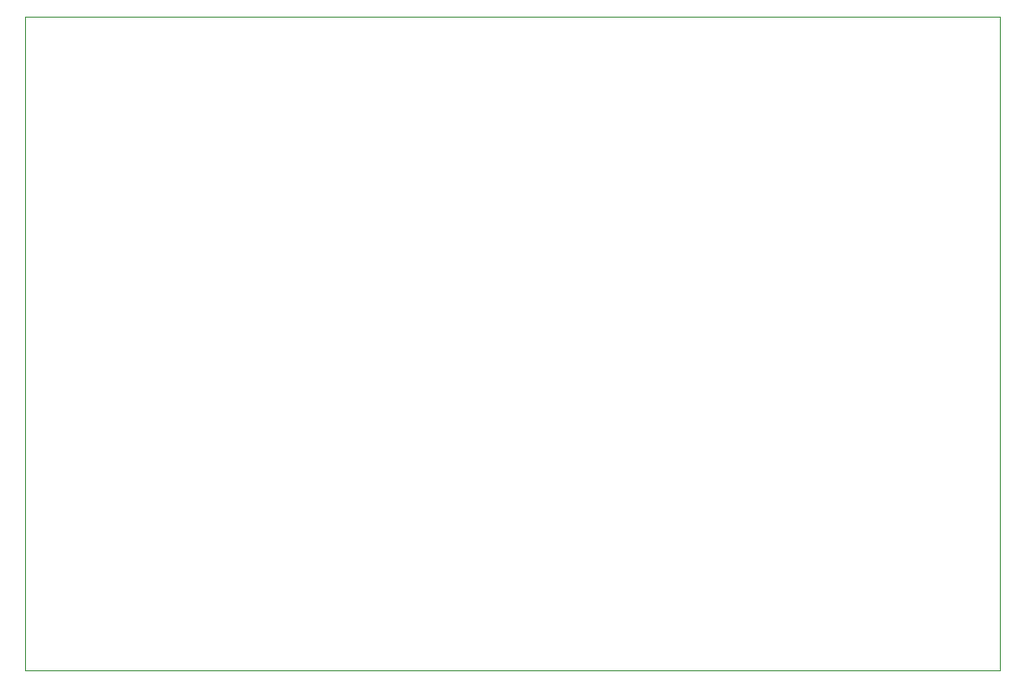
<source format=gbr>
%TF.GenerationSoftware,KiCad,Pcbnew,8.0.0*%
%TF.CreationDate,2024-05-29T15:57:03+02:00*%
%TF.ProjectId,FIR_filter_G431KB,4649525f-6669-46c7-9465-725f47343331,rev?*%
%TF.SameCoordinates,Original*%
%TF.FileFunction,Profile,NP*%
%FSLAX46Y46*%
G04 Gerber Fmt 4.6, Leading zero omitted, Abs format (unit mm)*
G04 Created by KiCad (PCBNEW 8.0.0) date 2024-05-29 15:57:03*
%MOMM*%
%LPD*%
G01*
G04 APERTURE LIST*
%TA.AperFunction,Profile*%
%ADD10C,0.050000*%
%TD*%
G04 APERTURE END LIST*
D10*
X177800000Y-95300000D02*
X266700000Y-95300000D01*
X266700000Y-155000000D01*
X177800000Y-155000000D01*
X177800000Y-95300000D01*
M02*

</source>
